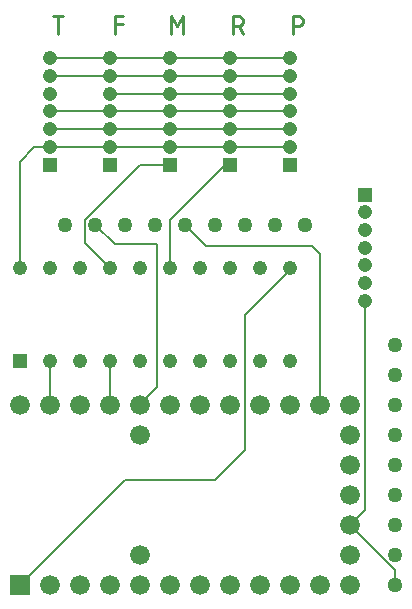
<source format=gbr>
G04 EAGLE Gerber RS-274X export*
G75*
%MOMM*%
%FSLAX34Y34*%
%LPD*%
%INTop Copper*%
%IPPOS*%
%AMOC8*
5,1,8,0,0,1.08239X$1,22.5*%
G01*
%ADD10C,0.279400*%
%ADD11R,1.676400X1.676400*%
%ADD12C,1.676400*%
%ADD13R,1.208000X1.208000*%
%ADD14C,1.208000*%
%ADD15R,1.238000X1.238000*%
%ADD16C,1.238000*%
%ADD17C,1.278000*%
%ADD18C,1.258000*%
%ADD19C,0.152400*%


D10*
X256977Y491617D02*
X256977Y506603D01*
X261140Y506603D01*
X261268Y506601D01*
X261396Y506595D01*
X261524Y506585D01*
X261652Y506571D01*
X261779Y506554D01*
X261905Y506532D01*
X262031Y506507D01*
X262155Y506477D01*
X262279Y506444D01*
X262402Y506407D01*
X262524Y506366D01*
X262644Y506322D01*
X262763Y506274D01*
X262880Y506222D01*
X262996Y506167D01*
X263109Y506108D01*
X263222Y506045D01*
X263332Y505979D01*
X263439Y505910D01*
X263545Y505838D01*
X263649Y505762D01*
X263750Y505683D01*
X263849Y505601D01*
X263945Y505516D01*
X264038Y505429D01*
X264129Y505338D01*
X264216Y505245D01*
X264301Y505149D01*
X264383Y505050D01*
X264462Y504949D01*
X264538Y504845D01*
X264610Y504739D01*
X264679Y504632D01*
X264745Y504522D01*
X264808Y504409D01*
X264867Y504296D01*
X264922Y504180D01*
X264974Y504063D01*
X265022Y503944D01*
X265066Y503824D01*
X265107Y503702D01*
X265144Y503579D01*
X265177Y503455D01*
X265207Y503331D01*
X265232Y503205D01*
X265254Y503079D01*
X265271Y502952D01*
X265285Y502824D01*
X265295Y502696D01*
X265301Y502568D01*
X265303Y502440D01*
X265301Y502312D01*
X265295Y502184D01*
X265285Y502056D01*
X265271Y501928D01*
X265254Y501801D01*
X265232Y501675D01*
X265207Y501549D01*
X265177Y501425D01*
X265144Y501301D01*
X265107Y501178D01*
X265066Y501056D01*
X265022Y500936D01*
X264974Y500817D01*
X264922Y500700D01*
X264867Y500584D01*
X264808Y500471D01*
X264745Y500359D01*
X264679Y500248D01*
X264610Y500141D01*
X264538Y500035D01*
X264462Y499931D01*
X264383Y499830D01*
X264301Y499731D01*
X264216Y499635D01*
X264129Y499542D01*
X264038Y499451D01*
X263945Y499364D01*
X263849Y499279D01*
X263750Y499197D01*
X263649Y499118D01*
X263545Y499042D01*
X263439Y498970D01*
X263332Y498901D01*
X263222Y498835D01*
X263109Y498772D01*
X262996Y498713D01*
X262880Y498658D01*
X262763Y498606D01*
X262644Y498558D01*
X262524Y498514D01*
X262402Y498473D01*
X262279Y498436D01*
X262155Y498403D01*
X262031Y498373D01*
X261905Y498348D01*
X261779Y498326D01*
X261652Y498309D01*
X261524Y498295D01*
X261396Y498285D01*
X261268Y498279D01*
X261140Y498277D01*
X256977Y498277D01*
X206177Y491617D02*
X206177Y506603D01*
X210340Y506603D01*
X210468Y506601D01*
X210596Y506595D01*
X210724Y506585D01*
X210852Y506571D01*
X210979Y506554D01*
X211105Y506532D01*
X211231Y506507D01*
X211355Y506477D01*
X211479Y506444D01*
X211602Y506407D01*
X211724Y506366D01*
X211844Y506322D01*
X211963Y506274D01*
X212080Y506222D01*
X212196Y506167D01*
X212309Y506108D01*
X212422Y506045D01*
X212532Y505979D01*
X212639Y505910D01*
X212745Y505838D01*
X212849Y505762D01*
X212950Y505683D01*
X213049Y505601D01*
X213145Y505516D01*
X213238Y505429D01*
X213329Y505338D01*
X213416Y505245D01*
X213501Y505149D01*
X213583Y505050D01*
X213662Y504949D01*
X213738Y504845D01*
X213810Y504739D01*
X213879Y504632D01*
X213945Y504522D01*
X214008Y504409D01*
X214067Y504296D01*
X214122Y504180D01*
X214174Y504063D01*
X214222Y503944D01*
X214266Y503824D01*
X214307Y503702D01*
X214344Y503579D01*
X214377Y503455D01*
X214407Y503331D01*
X214432Y503205D01*
X214454Y503079D01*
X214471Y502952D01*
X214485Y502824D01*
X214495Y502696D01*
X214501Y502568D01*
X214503Y502440D01*
X214501Y502312D01*
X214495Y502184D01*
X214485Y502056D01*
X214471Y501928D01*
X214454Y501801D01*
X214432Y501675D01*
X214407Y501549D01*
X214377Y501425D01*
X214344Y501301D01*
X214307Y501178D01*
X214266Y501056D01*
X214222Y500936D01*
X214174Y500817D01*
X214122Y500700D01*
X214067Y500584D01*
X214008Y500471D01*
X213945Y500359D01*
X213879Y500248D01*
X213810Y500141D01*
X213738Y500035D01*
X213662Y499931D01*
X213583Y499830D01*
X213501Y499731D01*
X213416Y499635D01*
X213329Y499542D01*
X213238Y499451D01*
X213145Y499364D01*
X213049Y499279D01*
X212950Y499197D01*
X212849Y499118D01*
X212745Y499042D01*
X212639Y498970D01*
X212532Y498901D01*
X212422Y498835D01*
X212309Y498772D01*
X212196Y498713D01*
X212080Y498658D01*
X211963Y498606D01*
X211844Y498558D01*
X211724Y498514D01*
X211602Y498473D01*
X211479Y498436D01*
X211355Y498403D01*
X211231Y498373D01*
X211105Y498348D01*
X210979Y498326D01*
X210852Y498309D01*
X210724Y498295D01*
X210596Y498285D01*
X210468Y498279D01*
X210340Y498277D01*
X206177Y498277D01*
X211173Y498277D02*
X214503Y491617D01*
X153712Y491617D02*
X153712Y506603D01*
X158708Y498277D01*
X163703Y506603D01*
X163703Y491617D01*
X106243Y491617D02*
X106243Y506603D01*
X112903Y506603D01*
X112903Y499943D02*
X106243Y499943D01*
X57940Y506603D02*
X57940Y491617D01*
X53777Y506603D02*
X62103Y506603D01*
D11*
X25400Y25400D03*
D12*
X152400Y25400D03*
X228600Y25400D03*
X254000Y25400D03*
X177800Y25400D03*
X203200Y25400D03*
X304800Y152400D03*
X304800Y50800D03*
X304800Y177800D03*
X279400Y177800D03*
X279400Y25400D03*
X304800Y25400D03*
X177800Y177800D03*
X152400Y177800D03*
X127000Y177800D03*
X101600Y177800D03*
X76200Y177800D03*
X50800Y177800D03*
X127000Y152400D03*
X304800Y101600D03*
X127000Y50800D03*
X50800Y25400D03*
X76200Y25400D03*
X101600Y25400D03*
X127000Y25400D03*
X254000Y177800D03*
X228600Y177800D03*
X203200Y177800D03*
X25400Y177800D03*
X304800Y76200D03*
X304800Y127000D03*
D13*
X254000Y381000D03*
D14*
X254000Y396000D03*
X254000Y411000D03*
X254000Y426000D03*
X254000Y441000D03*
X254000Y456000D03*
X254000Y471000D03*
D13*
X203200Y381000D03*
D14*
X203200Y396000D03*
X203200Y411000D03*
X203200Y426000D03*
X203200Y441000D03*
X203200Y456000D03*
X203200Y471000D03*
D13*
X152400Y381000D03*
D14*
X152400Y396000D03*
X152400Y411000D03*
X152400Y426000D03*
X152400Y441000D03*
X152400Y456000D03*
X152400Y471000D03*
D13*
X101600Y381000D03*
D14*
X101600Y396000D03*
X101600Y411000D03*
X101600Y426000D03*
X101600Y441000D03*
X101600Y456000D03*
X101600Y471000D03*
D13*
X50800Y381000D03*
D14*
X50800Y396000D03*
X50800Y411000D03*
X50800Y426000D03*
X50800Y441000D03*
X50800Y456000D03*
X50800Y471000D03*
D13*
X317500Y355600D03*
D14*
X317500Y340600D03*
X317500Y325600D03*
X317500Y310600D03*
X317500Y295600D03*
X317500Y280600D03*
X317500Y265600D03*
D15*
X25400Y214300D03*
D16*
X50800Y214300D03*
X76200Y214300D03*
X101600Y214300D03*
X127000Y214300D03*
X152400Y214300D03*
X177800Y214300D03*
X203200Y214300D03*
X228600Y214300D03*
X254000Y214300D03*
X254000Y293700D03*
X228600Y293700D03*
X203200Y293700D03*
X177800Y293700D03*
X152400Y293700D03*
X127000Y293700D03*
X101600Y293700D03*
X76200Y293700D03*
X50800Y293700D03*
X25400Y293700D03*
D17*
X266700Y330200D03*
D18*
X241300Y330200D03*
X215900Y330200D03*
X190500Y330200D03*
X165100Y330200D03*
X139700Y330200D03*
X114300Y330200D03*
X88900Y330200D03*
X63500Y330200D03*
D17*
X342900Y25400D03*
D18*
X342900Y50800D03*
X342900Y76200D03*
X342900Y101600D03*
X342900Y127000D03*
X342900Y152400D03*
X342900Y177800D03*
X342900Y203200D03*
X342900Y228600D03*
D19*
X254313Y396000D02*
X254000Y396000D01*
X203200Y396000D01*
X152400Y396000D02*
X101600Y396000D01*
X152400Y396000D02*
X203200Y396000D01*
X101600Y396000D02*
X50800Y396000D01*
X51113Y396000D01*
X50800Y396000D02*
X37787Y396000D01*
X25400Y383613D01*
X25400Y293700D01*
X203200Y411000D02*
X254000Y411000D01*
X152400Y411000D02*
X101600Y411000D01*
X50800Y411000D01*
X152400Y411000D02*
X203200Y411000D01*
X203200Y426000D02*
X254000Y426000D01*
X152400Y426000D02*
X101600Y426000D01*
X50800Y426000D01*
X152400Y426000D02*
X203200Y426000D01*
X141870Y313376D02*
X105724Y313376D01*
X88900Y330200D01*
X141870Y313376D02*
X141870Y192670D01*
X127000Y177800D01*
X137668Y188468D01*
X203200Y441000D02*
X254000Y441000D01*
X152400Y441000D02*
X101600Y441000D01*
X152400Y441000D02*
X203200Y441000D01*
X279400Y305687D02*
X279400Y177800D01*
X279400Y305687D02*
X273184Y311903D01*
X183397Y311903D01*
X165100Y330200D01*
X152400Y471000D02*
X203200Y471000D01*
X254000Y471000D01*
X152400Y471000D02*
X101600Y471000D01*
X50800Y471000D01*
X50800Y456000D02*
X101600Y456000D01*
X203200Y456000D02*
X254000Y456000D01*
X203200Y456000D02*
X152400Y456000D01*
X101600Y456000D01*
X114300Y114300D02*
X25400Y25400D01*
X114300Y114300D02*
X190500Y114300D01*
X215900Y139700D01*
X215900Y254000D01*
X254000Y292100D01*
X254000Y293700D01*
X101600Y214300D02*
X101600Y177800D01*
X50800Y177800D02*
X50800Y214300D01*
X198889Y381000D02*
X203200Y381000D01*
X198889Y381000D02*
X152400Y334511D01*
X152400Y293700D01*
X317500Y265600D02*
X317500Y88900D01*
X304800Y76200D01*
X342900Y38100D02*
X342900Y25400D01*
X342900Y38100D02*
X304800Y76200D01*
X101600Y293700D02*
X80324Y314976D01*
X80324Y333752D01*
X127572Y381000D01*
X152400Y381000D01*
M02*

</source>
